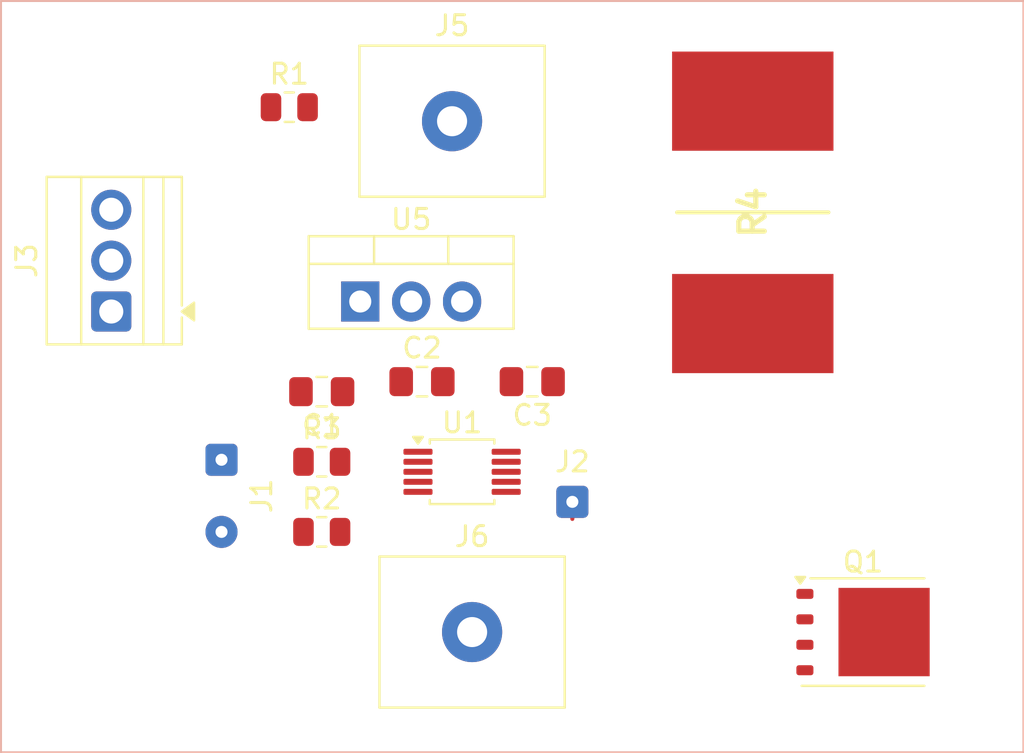
<source format=kicad_pcb>
(kicad_pcb (version 20241229) (generator "pcbnew") (generator_version "9.0")
  (layers (0 "F.Cu" signal) (4 "In1.Cu" signal) (6 "In2.Cu" signal) (2 "B.Cu" signal) (13 "F.Paste" user) (15 "B.Paste" user) (5 "F.SilkS" user "F.Silkscreen") (7 "B.SilkS" user "B.Silkscreen") (1 "F.Mask" user) (3 "B.Mask" user) (25 "Edge.Cuts" user))
  (net 0 "")
  (net 1 "Net-(U1-VS)")
  (net 2 "GND")
  (net 3 "+12V")
  (net 4 "Net-(J1-Pin_2)")
  (net 5 "Net-(J1-Pin_1)")
  (net 6 "/Microcontroller")
  (net 7 "Net-(J6-Pin_1)")
  (net 8 "Net-(Q1-D)")
  (footprint "TerminalBlock:TerminalBlock_Xinya_XY308-2.54-3P_1x03_P2.54mm_Horizontal" (layer "F.Cu") (at 133 94 90)
    (property "Reference" "J3" (at 2.54 -4.22 90) (layer "F.SilkS"))
    (property "Value" "Screw_Terminal_01x03")
    (fp_line (start 6.72 -3.22) (end 6.72 3.52) (stroke (width 0.12)) (layer "F.SilkS"))
    (fp_line (start -1.64 -3.22) (end 6.72 -3.22) (stroke (width 0.12)) (layer "F.SilkS"))
    (fp_line (start -1.64 -1.5) (end 6.72 -1.5) (stroke (width 0.12)) (layer "F.SilkS"))
    (fp_line (start -1.64 1.6) (end 6.72 1.6) (stroke (width 0.12)) (layer "F.SilkS"))
    (fp_line (start -1.64 2.6) (end 6.72 2.6) (stroke (width 0.12)) (layer "F.SilkS"))
    (fp_line (start 6.72 3.52) (end 0.3 3.52) (stroke (width 0.12)) (layer "F.SilkS"))
    (fp_line (start -0.3 3.52) (end -1.64 3.52) (stroke (width 0.12)) (layer "F.SilkS"))
    (fp_line (start -1.64 3.52) (end -1.64 -3.22) (stroke (width 0.12)) (layer "F.SilkS"))
    (fp_poly (pts (xy 0 3.52) (xy 0.44 4.13) (xy -0.44 4.13)) (stroke (width 0.12)) (fill yes) (layer "F.SilkS"))
    (pad "1" thru_hole roundrect (at 0 0 90) (size 2 2) (drill 1.2) (layers "*.Cu" "*.Mask") (roundrect_rratio 0.125) (net 2 "GND"))
    (pad "2" thru_hole circle (at 2.54 0 90) (size 2 2) (drill 1.2) (layers "*.Cu" "*.Mask") (net 2 "GND"))
    (pad "3" thru_hole circle (at 5.08 0 90) (size 2 2) (drill 1.2) (layers "*.Cu" "*.Mask") (net 2 "GND"))
  )
  (footprint "Resistor_SMD:R_0805_2012Metric" (layer "F.Cu") (at 141.88 83.8)
    (property "Reference" "R1" (at 0 -1.65 0) (layer "F.SilkS"))
    (property "Value" "10k")
    (fp_line (start -0.227064 -0.735) (end 0.227064 -0.735) (stroke (width 0.12)) (layer "F.SilkS"))
    (fp_line (start -0.227064 0.735) (end 0.227064 0.735) (stroke (width 0.12)) (layer "F.SilkS"))
    (pad "1" smd roundrect (at -0.9125 0) (size 1.025 1.4) (layers "F.Cu" "F.Mask" "F.Paste") (roundrect_rratio 0.243902) (net 6 "/Microcontroller"))
    (pad "2" smd roundrect (at 0.9125 0) (size 1.025 1.4) (layers "F.Cu" "F.Mask" "F.Paste") (roundrect_rratio 0.243902) (net 2 "GND"))
  )
  (footprint "TerminalBlock_MetzConnect:TerminalBlock_MetzConnect_360271_1x01_Horizontal_ScrewM3.0_Boxed" (layer "F.Cu") (at 151 110)
    (property "Reference" "J6" (at 0 -4.77 0) (layer "F.SilkS"))
    (property "Value" "Screw_Terminal_01x01")
    (fp_line (start -4.62 -3.77) (end 4.62 -3.77) (stroke (width 0.12)) (layer "F.SilkS"))
    (fp_line (start -4.62 3.77) (end -4.62 -3.77) (stroke (width 0.12)) (layer "F.SilkS"))
    (fp_line (start 4.62 -3.77) (end 4.62 3.77) (stroke (width 0.12)) (layer "F.SilkS"))
    (fp_line (start 4.62 3.77) (end -4.62 3.77) (stroke (width 0.12)) (layer "F.SilkS"))
    (pad "1" thru_hole circle (at 0 0) (size 3 3) (drill 1.5) (layers "*.Cu" "*.Mask") (net 7 "Net-(J6-Pin_1)"))
  )
  (footprint "Connector_Wire:SolderWire-0.1sqmm_1x02_P3.6mm_D0.4mm_OD1mm" (layer "F.Cu") (at 138.5 101.4 -90)
    (property "Reference" "J1" (at 1.8 -2 90) (layer "F.SilkS"))
    (property "Value" "Conn_01x02_Socket")
    (pad "1" thru_hole roundrect (at 0 0 270) (size 1.6 1.6) (drill 0.6) (layers "*.Cu" "*.Mask") (roundrect_rratio 0.15625) (net 5 "Net-(J1-Pin_1)"))
    (pad "2" thru_hole circle (at 3.6 0 270) (size 1.6 1.6) (drill 0.6) (layers "*.Cu" "*.Mask") (net 4 "Net-(J1-Pin_2)"))
  )
  (footprint "Package_SO:VSSOP-10_3x3mm_P0.5mm" (layer "F.Cu") (at 150.5 102)
    (property "Reference" "U1" (at 0 -2.45 0) (layer "F.SilkS"))
    (property "Value" "INA226")
    (fp_line (start -1.61 -1.61) (end 1.61 -1.61) (stroke (width 0.12)) (layer "F.SilkS"))
    (fp_line (start -1.61 -1.41) (end -1.61 -1.61) (stroke (width 0.12)) (layer "F.SilkS"))
    (fp_line (start -1.61 1.61) (end -1.61 1.41) (stroke (width 0.12)) (layer "F.SilkS"))
    (fp_line (start 1.61 -1.61) (end 1.61 -1.41) (stroke (width 0.12)) (layer "F.SilkS"))
    (fp_line (start 1.61 1.41) (end 1.61 1.61) (stroke (width 0.12)) (layer "F.SilkS"))
    (fp_line (start 1.61 1.61) (end -1.61 1.61) (stroke (width 0.12)) (layer "F.SilkS"))
    (fp_poly (pts (xy -2.2 -1.41) (xy -2.44 -1.74) (xy -1.96 -1.74)) (stroke (width 0.12)) (fill yes) (layer "F.SilkS"))
    (pad "1" smd roundrect (at -2.2 -1) (size 1.45 0.3) (layers "F.Cu" "F.Mask" "F.Paste") (net 2 "GND"))
    (pad "2" smd roundrect (at -2.2 -0.5) (size 1.45 0.3) (layers "F.Cu" "F.Mask" "F.Paste") (net 2 "GND"))
    (pad "3" smd roundrect (at -2.2 0) (size 1.45 0.3) (layers "F.Cu" "F.Mask" "F.Paste"))
    (pad "4" smd roundrect (at -2.2 0.5) (size 1.45 0.3) (layers "F.Cu" "F.Mask" "F.Paste") (net 5 "Net-(J1-Pin_1)"))
    (pad "5" smd roundrect (at -2.2 1) (size 1.45 0.3) (layers "F.Cu" "F.Mask" "F.Paste") (net 4 "Net-(J1-Pin_2)"))
    (pad "6" smd roundrect (at 2.2 1) (size 1.45 0.3) (layers "F.Cu" "F.Mask" "F.Paste") (net 1 "Net-(U1-VS)"))
    (pad "7" smd roundrect (at 2.2 0.5) (size 1.45 0.3) (layers "F.Cu" "F.Mask" "F.Paste") (net 2 "GND"))
    (pad "8" smd roundrect (at 2.2 0) (size 1.45 0.3) (layers "F.Cu" "F.Mask" "F.Paste") (net 3 "+12V"))
    (pad "9" smd roundrect (at 2.2 -0.5) (size 1.45 0.3) (layers "F.Cu" "F.Mask" "F.Paste") (net 8 "Net-(Q1-D)"))
    (pad "10" smd roundrect (at 2.2 -1) (size 1.45 0.3) (layers "F.Cu" "F.Mask" "F.Paste") (net 3 "+12V"))
  )
  (footprint "Connector_Wire:SolderWire-0.1sqmm_1x01_D0.4mm_OD1mm" (layer "F.Cu") (at 156 103.5)
    (property "Reference" "J2" (at 0 -2 0) (layer "F.SilkS"))
    (property "Value" "Conn_01x01_Socket")
    (pad "1" thru_hole roundrect (at 0 0) (size 1.6 1.6) (drill 0.6) (layers "*.Cu" "*.Mask") (roundrect_rratio 0.15625) (net 6 "/Microcontroller"))
  )
  (footprint "Capacitor_SMD:C_0805_2012Metric_Pad1.18x1.45mm_HandSolder" (layer "F.Cu") (at 154 97.5 180)
    (property "Reference" "C3" (at 0 -1.68 0) (layer "F.SilkS"))
    (property "Value" "100n")
    (fp_line (start -0.261252 0.735) (end 0.261252 0.735) (stroke (width 0.12)) (layer "F.SilkS"))
    (fp_line (start -0.261252 -0.735) (end 0.261252 -0.735) (stroke (width 0.12)) (layer "F.SilkS"))
    (pad "1" smd roundrect (at -1.0375 0 180) (size 1.175 1.45) (layers "F.Cu" "F.Mask" "F.Paste") (roundrect_rratio 0.212766) (net 3 "+12V"))
    (pad "2" smd roundrect (at 1.0375 0 180) (size 1.175 1.45) (layers "F.Cu" "F.Mask" "F.Paste") (roundrect_rratio 0.212766) (net 2 "GND"))
  )
  (footprint "Resistor_SMD:R_0805_2012Metric" (layer "F.Cu") (at 143.5 105)
    (property "Reference" "R2" (at 0 -1.65 0) (layer "F.SilkS"))
    (property "Value" "4.7k")
    (fp_line (start -0.227064 -0.735) (end 0.227064 -0.735) (stroke (width 0.12)) (layer "F.SilkS"))
    (fp_line (start -0.227064 0.735) (end 0.227064 0.735) (stroke (width 0.12)) (layer "F.SilkS"))
    (pad "1" smd roundrect (at -0.9125 0) (size 1.025 1.4) (layers "F.Cu" "F.Mask" "F.Paste") (roundrect_rratio 0.243902) (net 1 "Net-(U1-VS)"))
    (pad "2" smd roundrect (at 0.9125 0) (size 1.025 1.4) (layers "F.Cu" "F.Mask" "F.Paste") (roundrect_rratio 0.243902) (net 4 "Net-(J1-Pin_2)"))
  )
  (footprint "Package_TO_SOT_THT:TO-220-3_Vertical" (layer "F.Cu") (at 145.42 93.5)
    (property "Reference" "U5" (at 2.54 -4.1 0) (layer "F.SilkS"))
    (property "Value" "LD1117V33")
    (fp_line (start -2.57 -3.26) (end 7.65 -3.26) (stroke (width 0.12)) (layer "F.SilkS"))
    (fp_line (start -2.57 -1.88) (end 7.65 -1.88) (stroke (width 0.12)) (layer "F.SilkS"))
    (fp_line (start -2.57 1.36) (end -2.57 -3.26) (stroke (width 0.12)) (layer "F.SilkS"))
    (fp_line (start 0.69 -3.26) (end 0.69 -1.88) (stroke (width 0.12)) (layer "F.SilkS"))
    (fp_line (start 4.39 -3.26) (end 4.39 -1.88) (stroke (width 0.12)) (layer "F.SilkS"))
    (fp_line (start 7.65 -3.26) (end 7.65 1.36) (stroke (width 0.12)) (layer "F.SilkS"))
    (fp_line (start 7.65 1.36) (end -2.57 1.36) (stroke (width 0.12)) (layer "F.SilkS"))
    (pad "1" thru_hole rect (at 0 0) (size 1.905 2) (drill 1.1) (layers "*.Cu" "*.Mask") (net 2 "GND"))
    (pad "2" thru_hole oval (at 2.54 0) (size 1.905 2) (drill 1.1) (layers "*.Cu" "*.Mask") (net 1 "Net-(U1-VS)"))
    (pad "3" thru_hole oval (at 5.08 0) (size 1.905 2) (drill 1.1) (layers "*.Cu" "*.Mask") (net 3 "+12V"))
  )
  (footprint "Capacitor_SMD:C_0805_2012Metric_Pad1.18x1.45mm_HandSolder" (layer "F.Cu") (at 148.5 97.5)
    (property "Reference" "C2" (at 0 -1.68 0) (layer "F.SilkS"))
    (property "Value" "10u")
    (fp_line (start -0.261252 -0.735) (end 0.261252 -0.735) (stroke (width 0.12)) (layer "F.SilkS"))
    (fp_line (start -0.261252 0.735) (end 0.261252 0.735) (stroke (width 0.12)) (layer "F.SilkS"))
    (pad "1" smd roundrect (at -1.0375 0) (size 1.175 1.45) (layers "F.Cu" "F.Mask" "F.Paste") (roundrect_rratio 0.212766) (net 1 "Net-(U1-VS)"))
    (pad "2" smd roundrect (at 1.0375 0) (size 1.175 1.45) (layers "F.Cu" "F.Mask" "F.Paste") (roundrect_rratio 0.212766) (net 2 "GND"))
  )
  (footprint "Resistor_SMD:R_0805_2012Metric" (layer "F.Cu") (at 143.5 101.5)
    (property "Reference" "R3" (at 0 -1.65 0) (layer "F.SilkS"))
    (property "Value" "4.7k")
    (fp_line (start -0.227064 -0.735) (end 0.227064 -0.735) (stroke (width 0.12)) (layer "F.SilkS"))
    (fp_line (start -0.227064 0.735) (end 0.227064 0.735) (stroke (width 0.12)) (layer "F.SilkS"))
    (pad "1" smd roundrect (at -0.9125 0) (size 1.025 1.4) (layers "F.Cu" "F.Mask" "F.Paste") (roundrect_rratio 0.243902) (net 1 "Net-(U1-VS)"))
    (pad "2" smd roundrect (at 0.9125 0) (size 1.025 1.4) (layers "F.Cu" "F.Mask" "F.Paste") (roundrect_rratio 0.243902) (net 5 "Net-(J1-Pin_1)"))
  )
  (footprint "PSPAC:ShuntResistorPMB" (layer "F.Cu") (at 165 89.05 -90)
    (property "Reference" "R4" (at 0 0 90) (layer "F.SilkS") (effects (font (size 1.27 1.27) (thickness 0.254))))
    (property "Value" "0.5m" (hide yes))
    (fp_line (start 0 -3.775) (end 0 3.775) (stroke (width 0.2)) (layer "F.SilkS"))
    (pad "1" smd rect (at -5.55 0 270) (size 4.95 8.05) (layers "F.Cu" "F.Mask" "F.Paste") (net 3 "+12V"))
    (pad "2" smd rect (at 5.55 0 270) (size 4.95 8.05) (layers "F.Cu" "F.Mask" "F.Paste") (net 8 "Net-(Q1-D)"))
  )
  (footprint "Package_TO_SOT_SMD:TDSON-8-1" (layer "F.Cu") (at 170.5 110)
    (property "Reference" "Q1" (at 0 -3.5 0) (layer "F.SilkS"))
    (property "Value" "BSC014N04LSIATMA1")
    (fp_line (start 3.06 -2.685) (end -2.62 -2.685) (stroke (width 0.12)) (layer "F.SilkS"))
    (fp_line (start 3.06 2.685) (end -3.06 2.685) (stroke (width 0.12)) (layer "F.SilkS"))
    (fp_poly (pts (xy -3.131622 -2.42027) (xy -3.371622 -2.75027) (xy -2.891622 -2.75027) (xy -3.131622 -2.42027)) (stroke (width 0.12)) (fill yes) (layer "F.SilkS"))
    (pad "1" smd roundrect (at -2.9 -1.905) (size 0.85 0.5) (layers "F.Cu" "F.Mask" "F.Paste") (net 8 "Net-(Q1-D)"))
    (pad "2" smd roundrect (at -2.9 -0.635) (size 0.85 0.5) (layers "F.Cu" "F.Mask" "F.Paste") (net 6 "/Microcontroller"))
    (pad "3" smd roundrect (at -2.9 0.635) (size 0.85 0.5) (layers "F.Cu" "F.Mask" "F.Paste") (net 7 "Net-(J6-Pin_1)"))
    (pad "4" smd roundrect (at -2.9 1.905) (size 0.85 0.5) (layers "F.Cu" "F.Mask" "F.Paste"))
    (pad "5" smd rect (at 1.05 0) (size 4.55 4.41) (layers "F.Cu"))
  )
  (footprint "Capacitor_SMD:C_0805_2012Metric_Pad1.18x1.45mm_HandSolder" (layer "F.Cu") (at 143.5 98 180)
    (property "Reference" "C1" (at 0 -1.68 0) (layer "F.SilkS"))
    (property "Value" "0.1 u")
    (fp_line (start -0.261252 0.735) (end 0.261252 0.735) (stroke (width 0.12)) (layer "F.SilkS"))
    (fp_line (start -0.261252 -0.735) (end 0.261252 -0.735) (stroke (width 0.12)) (layer "F.SilkS"))
    (pad "1" smd roundrect (at -1.0375 0 180) (size 1.175 1.45) (layers "F.Cu" "F.Mask" "F.Paste") (roundrect_rratio 0.212766) (net 2 "GND"))
    (pad "2" smd roundrect (at 1.0375 0 180) (size 1.175 1.45) (layers "F.Cu" "F.Mask" "F.Paste") (roundrect_rratio 0.212766) (net 1 "Net-(U1-VS)"))
  )
  (footprint "TerminalBlock_MetzConnect:TerminalBlock_MetzConnect_360271_1x01_Horizontal_ScrewM3.0_Boxed" (layer "F.Cu") (at 150 84.5)
    (property "Reference" "J5" (at 0 -4.77 0) (layer "F.SilkS"))
    (property "Value" "Screw_Terminal_01x01")
    (fp_line (start -4.62 -3.77) (end 4.62 -3.77) (stroke (width 0.12)) (layer "F.SilkS"))
    (fp_line (start -4.62 3.77) (end -4.62 -3.77) (stroke (width 0.12)) (layer "F.SilkS"))
    (fp_line (start 4.62 -3.77) (end 4.62 3.77) (stroke (width 0.12)) (layer "F.SilkS"))
    (fp_line (start 4.62 3.77) (end -4.62 3.77) (stroke (width 0.12)) (layer "F.SilkS"))
    (pad "1" thru_hole circle (at 0 0) (size 3 3) (drill 1.5) (layers "*.Cu" "*.Mask") (net 3 "+12V"))
  )
  (gr_line (start 127.5 116) (end 178.5 116) (stroke (width 0.1)) (layer "B.SilkS"))
  (gr_line (start 178.5 116) (end 178.5 78.5) (stroke (width 0.1)) (layer "B.SilkS"))
  (gr_line (start 127.5 78.5) (end 127.5 116) (stroke (width 0.1)) (layer "B.SilkS"))
  (gr_line (start 178.5 78.5) (end 127.5 78.5) (stroke (width 0.1)) (layer "B.SilkS"))
  (segment (start 156 104.35318) (end 156 103.5) (width 0.2) (layer "F.Cu") (net 6))
)
</source>
